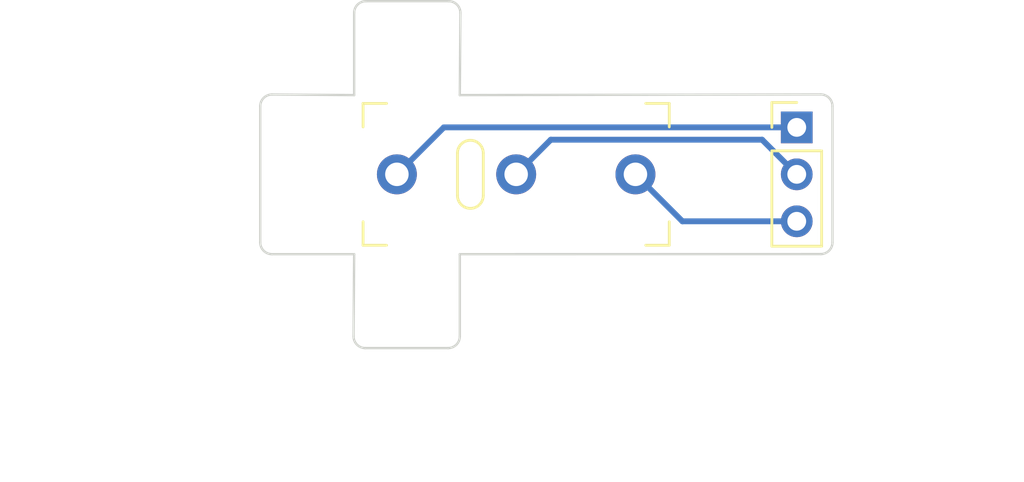
<source format=kicad_pcb>
(kicad_pcb (version 20210228) (generator pcbnew)
  (title_block (title "big-sammy") (date "2021-04-10") (rev "r0.1") (company "openinput                                   https://github.com/openinput-fw/big-big-sammy") (comment 2 "This source describes Open Hardware and is licensed under the CERN-OHL-Pv2") (comment 4 "Copyright (c) Rafael Silva"))
  (layers (0 "F.Cu" signal) (1 "In1.Cu" signal) (2 "In2.Cu" signal) (31 "B.Cu" signal) (34 "B.Paste" user) (35 "F.Paste" user) (36 "B.SilkS" user "B.Silkscreen") (37 "F.SilkS" user "F.Silkscreen") (38 "B.Mask" user) (39 "F.Mask" user) (44 "Edge.Cuts" user))
  (net 0 "")
  (net 1 "/SW_NC")
  (net 2 "/SW_NO")
  (net 3 "/SW_C")
  (footprint "mousebite" (layer "F.Cu") (at 104.35 73.5)
    (fp_text reference "REF**" hide)
    (fp_text value "mousebite" hide)
    (pad "" np_thru_hole circle (at 0 0) (size 0.5 0.5) (drill 0.5) (layers F&B.Cu *.Mask))
  )
  (footprint "mousebite" (layer "F.Cu") (at 105.350001 71.375 -90)
    (fp_text reference "REF**" hide)
    (fp_text value "mousebite" hide)
    (pad "" np_thru_hole circle (at 0 0 270) (size 0.5 0.5) (drill 0.5) (layers F&B.Cu *.Mask))
  )
  (footprint "mounting:MountingHole_1.6mm_M1.4" (layer "F.Cu") (at 106.85 69.875001 -90)
    (fp_text reference "REF**" hide)
    (fp_text value "MountingHole_1.6mm_M1.4" hide)
    (pad "" np_thru_hole circle (at 0 0 270) (size 1.6 1.6) (drill 1.6) (layers F&B.Cu *.Mask))
  )
  (footprint "Switches:Generic" (layer "F.Cu") (at 111.5 75)
    (fp_text reference "SW1" hide)
    (fp_text value "SW_SPDT" hide)
    (fp_line (start 6.52 -3.02) (end 5.52 -3.02) (layer "F.SilkS") (width 0.12))
    (fp_line (start 6.52 3.02) (end 5.52 3.02) (layer "F.SilkS") (width 0.12))
    (fp_line (start -6.52 -3.02) (end -5.52 -3.02) (layer "F.SilkS") (width 0.12))
    (fp_line (start -1.4 0.9) (end -1.4 -0.9) (layer "F.SilkS") (width 0.12))
    (fp_line (start 6.52 -3.02) (end 6.52 -2.02) (layer "F.SilkS") (width 0.12))
    (fp_line (start -6.52 3.02) (end -5.52 3.02) (layer "F.SilkS") (width 0.12))
    (fp_line (start -6.52 -3.02) (end -6.52 -2.02) (layer "F.SilkS") (width 0.12))
    (fp_line (start -2.5 0.9) (end -2.5 -0.9) (layer "F.SilkS") (width 0.12))
    (fp_line (start 6.52 3.02) (end 6.52 2.02) (layer "F.SilkS") (width 0.12))
    (fp_line (start -6.52 3.02) (end -6.52 2.02) (layer "F.SilkS") (width 0.12))
    (fp_arc (start -1.95 -0.9) (end -1.4 -0.9) (angle -180) (layer "F.SilkS") (width 0.12))
    (fp_arc (start -1.95 0.9) (end -2.5 0.9) (angle -180) (layer "F.SilkS") (width 0.12))
    (pad "1" thru_hole circle (at -5.08 0) (size 1.7 1.7) (drill 1) (layers *.Cu *.Mask) (net 3 "/SW_C"))
    (pad "2" thru_hole circle (at 0 0) (size 1.7 1.7) (drill 1) (layers *.Cu *.Mask) (net 2 "/SW_NO"))
    (pad "3" thru_hole circle (at 5.08 0) (size 1.7 1.7) (drill 1) (layers *.Cu *.Mask) (net 1 "/SW_NC"))
  )
  (footprint "mousebite" (layer "F.Cu") (at 104.35 75.5)
    (fp_text reference "REF**" hide)
    (fp_text value "mousebite" hide)
    (pad "" np_thru_hole circle (at 0 0) (size 0.5 0.5) (drill 0.5) (layers F&B.Cu *.Mask))
  )
  (footprint "mousebite" (layer "F.Cu") (at 104.35 74.5)
    (fp_text reference "REF**" hide)
    (fp_text value "mousebite" hide)
    (pad "" np_thru_hole circle (at 0 0) (size 0.5 0.5) (drill 0.5) (layers F&B.Cu *.Mask))
  )
  (footprint "mousebite" (layer "F.Cu") (at 104.35 76.5)
    (fp_text reference "REF**" hide)
    (fp_text value "mousebite" hide)
    (pad "" np_thru_hole circle (at 0 0) (size 0.5 0.5) (drill 0.5) (layers F&B.Cu *.Mask))
  )
  (footprint "mounting:MountingHole_1.6mm_M1.4" (layer "F.Cu") (at 120.15 75)
    (fp_text reference "REF**" hide)
    (fp_text value "MountingHole_1.6mm_M1.4" hide)
    (pad "" np_thru_hole circle (at 0 0) (size 1.6 1.6) (drill 1.6) (layers F&B.Cu *.Mask))
  )
  (footprint "mousebite" (layer "F.Cu") (at 104.35 72.5)
    (fp_text reference "REF**" hide)
    (fp_text value "mousebite" hide)
    (pad "" np_thru_hole circle (at 0 0) (size 0.5 0.5) (drill 0.5) (layers F&B.Cu *.Mask))
  )
  (footprint "mousebite" (layer "F.Cu") (at 107.35 78.65 90)
    (fp_text reference "REF**" hide)
    (fp_text value "mousebite" hide)
    (pad "" np_thru_hole circle (at 0 0 90) (size 0.5 0.5) (drill 0.5) (layers F&B.Cu *.Mask))
  )
  (footprint "mounting:MountingHole_1.6mm_M1.4" (layer "F.Cu") (at 102.85 75)
    (fp_text reference "REF**" hide)
    (fp_text value "MountingHole_1.6mm_M1.4" hide)
    (pad "" np_thru_hole circle (at 0 0) (size 1.6 1.6) (drill 1.6) (layers F&B.Cu *.Mask))
  )
  (footprint "mousebite" (layer "F.Cu") (at 108.349999 78.65 90)
    (fp_text reference "REF**" hide)
    (fp_text value "mousebite" hide)
    (pad "" np_thru_hole circle (at 0 0 90) (size 0.5 0.5) (drill 0.5) (layers F&B.Cu *.Mask))
  )
  (footprint "mousebite" (layer "F.Cu") (at 107.35 71.375 -90)
    (fp_text reference "REF**" hide)
    (fp_text value "mousebite" hide)
    (pad "" np_thru_hole circle (at 0 0 270) (size 0.5 0.5) (drill 0.5) (layers F&B.Cu *.Mask))
  )
  (footprint "mousebite" (layer "F.Cu") (at 106.35 78.65 90)
    (fp_text reference "REF**" hide)
    (fp_text value "mousebite" hide)
    (pad "" np_thru_hole circle (at 0 0 90) (size 0.5 0.5) (drill 0.5) (layers F&B.Cu *.Mask))
  )
  (footprint "mousebite" (layer "F.Cu") (at 105.35 78.65 90)
    (fp_text reference "REF**" hide)
    (fp_text value "mousebite" hide)
    (pad "" np_thru_hole circle (at 0 0 90) (size 0.5 0.5) (drill 0.5) (layers F&B.Cu *.Mask))
  )
  (footprint "mousebite" (layer "F.Cu") (at 106.35 71.375 -90)
    (fp_text reference "REF**" hide)
    (fp_text value "mousebite" hide)
    (pad "" np_thru_hole circle (at 0 0 270) (size 0.5 0.5) (drill 0.5) (layers F&B.Cu *.Mask))
  )
  (footprint "Connector_PinHeader_2.00mm:PinHeader_1x03_P2.00mm_Vertical" (layer "F.Cu") (at 123.45 73)
    (fp_text reference "J0" hide)
    (fp_text value "SW" hide)
    (fp_line (start -1.06 -1.06) (end 0 -1.06) (layer "F.SilkS") (width 0.12))
    (fp_line (start 1.06 1) (end 1.06 5.06) (layer "F.SilkS") (width 0.12))
    (fp_line (start -1.06 1) (end 1.06 1) (layer "F.SilkS") (width 0.12))
    (fp_line (start -1.06 0) (end -1.06 -1.06) (layer "F.SilkS") (width 0.12))
    (fp_line (start -1.06 5.06) (end 1.06 5.06) (layer "F.SilkS") (width 0.12))
    (fp_line (start -1.06 1) (end -1.06 5.06) (layer "F.SilkS") (width 0.12))
    (pad "1" thru_hole rect (at 0 0) (size 1.35 1.35) (drill 0.8) (layers *.Cu *.Mask) (net 3 "/SW_C"))
    (pad "2" thru_hole oval (at 0 2) (size 1.35 1.35) (drill 0.8) (layers *.Cu *.Mask) (net 2 "/SW_NO"))
    (pad "3" thru_hole oval (at 0 4) (size 1.35 1.35) (drill 0.8) (layers *.Cu *.Mask) (net 1 "/SW_NC"))
  )
  (footprint "mousebite" (layer "F.Cu") (at 108.349999 71.375 -90)
    (fp_text reference "REF**" hide)
    (fp_text value "mousebite" hide)
    (pad "" np_thru_hole circle (at 0 0 270) (size 0.5 0.5) (drill 0.5) (layers F&B.Cu *.Mask))
  )
  (footprint "mounting:MountingHole_1.6mm_M1.4" (layer "F.Cu") (at 106.85 80.149999 90)
    (fp_text reference "REF**" hide)
    (fp_text value "MountingHole_1.6mm_M1.4" hide)
    (pad "" np_thru_hole circle (at 0 0 90) (size 1.6 1.6) (drill 1.6) (layers F&B.Cu *.Mask))
  )
  (footprint "mousebite" (layer "F.Cu") (at 104.35 77.5)
    (fp_text reference "REF**" hide)
    (fp_text value "mousebite" hide)
    (pad "" np_thru_hole circle (at 0 0) (size 0.5 0.5) (drill 0.5) (layers F&B.Cu *.Mask))
  )
  (gr_line (start 109.1 81.9) (end 109.1 78.4) (layer "Edge.Cuts") (width 0.1))
  (gr_line (start 104.6 68.125) (end 104.6 71.625) (layer "Edge.Cuts") (width 0.1))
  (gr_arc (start 124.471447 72.096447) (end 124.971447 72.096447) (angle -90) (layer "Edge.Cuts") (width 0.1))
  (gr_line (start 104.575001 81.9) (end 104.6 78.4) (layer "Edge.Cuts") (width 0.1))
  (gr_arc (start 105.099999 68.125) (end 105.099998 67.625002) (angle -90) (layer "Edge.Cuts") (width 0.1))
  (gr_line (start 124.471447 78.396446) (end 109.1 78.4) (layer "Edge.Cuts") (width 0.1))
  (gr_arc (start 101.1 77.9) (end 100.600001 77.9) (angle -90) (layer "Edge.Cuts") (width 0.1))
  (gr_arc (start 124.471447 77.896447) (end 124.471447 78.396446) (angle -90) (layer "Edge.Cuts") (width 0.1))
  (gr_arc (start 108.625 68.125) (end 109.124999 68.125) (angle -90) (layer "Edge.Cuts") (width 0.1))
  (gr_line (start 101.1 71.600001) (end 104.6 71.625) (layer "Edge.Cuts") (width 0.1))
  (gr_line (start 109.124999 68.125) (end 109.100001 71.625) (layer "Edge.Cuts") (width 0.1))
  (gr_line (start 109.100001 71.625) (end 124.471447 71.596447) (layer "Edge.Cuts") (width 0.1))
  (gr_line (start 100.600001 72.1) (end 100.600001 77.9) (layer "Edge.Cuts") (width 0.1))
  (gr_line (start 124.971447 72.096447) (end 124.971446 77.896447) (layer "Edge.Cuts") (width 0.1))
  (gr_line (start 105.075 82.399999) (end 108.600002 82.399999) (layer "Edge.Cuts") (width 0.1))
  (gr_line (start 101.1 78.399999) (end 104.6 78.399999) (layer "Edge.Cuts") (width 0.1))
  (gr_line (start 108.625 67.625001) (end 105.099998 67.625002) (layer "Edge.Cuts") (width 0.1))
  (gr_arc (start 105.075 81.9) (end 104.575001 81.9) (angle -90) (layer "Edge.Cuts") (width 0.1))
  (gr_arc (start 108.600001 81.9) (end 108.600002 82.399999) (angle -90) (layer "Edge.Cuts") (width 0.1))
  (gr_arc (start 101.1 72.1) (end 101.1 71.600001) (angle -90) (layer "Edge.Cuts") (width 0.1))
  (segment (start 118.58 77) (end 123.45 77) (width 0.25) (layer "B.Cu") (net 1))
  (segment (start 116.58 75) (end 118.58 77) (width 0.25) (layer "B.Cu") (net 1))
  (segment (start 121.975 73.525) (end 123.45 75) (width 0.25) (layer "B.Cu") (net 2))
  (segment (start 112.975 73.525) (end 121.975 73.525) (width 0.25) (layer "B.Cu") (net 2))
  (segment (start 111.5 75) (end 112.975 73.525) (width 0.25) (layer "B.Cu") (net 2))
  (segment (start 108.42 73) (end 123.45 73) (width 0.25) (layer "B.Cu") (net 3))
  (segment (start 106.42 75) (end 108.42 73) (width 0.25) (layer "B.Cu") (net 3))
)
</source>
